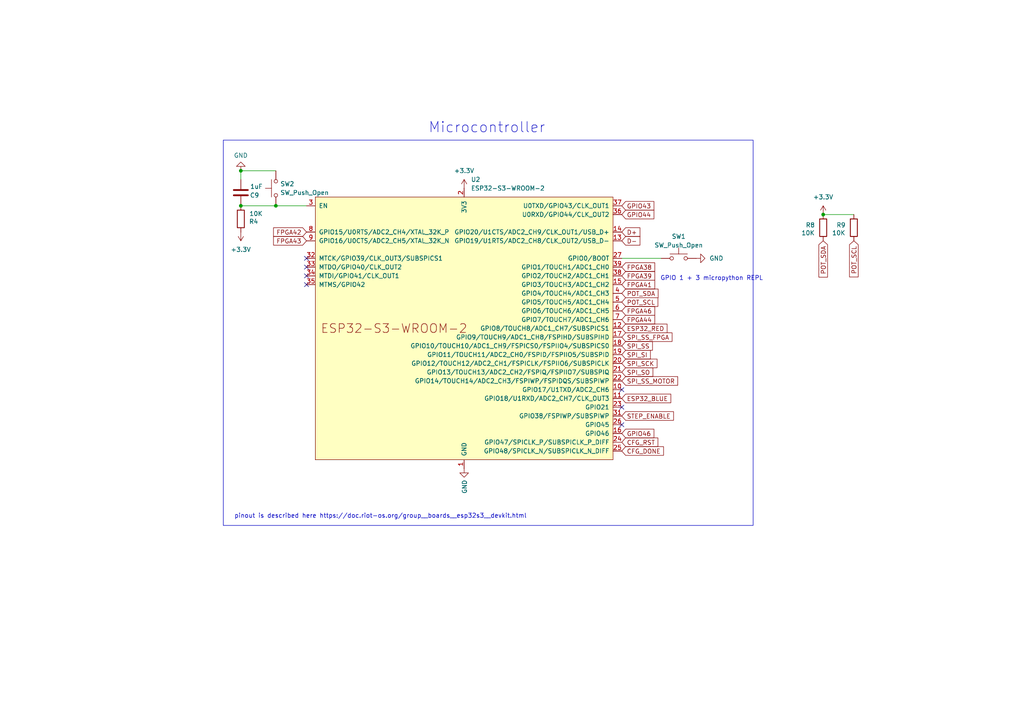
<source format=kicad_sch>
(kicad_sch (version 20231120) (generator "eeschema") (generator_version "8.0")
  (paper "A4")
  (title_block (title "Firestarter ") (date "2024-07-25") (company "Hexastorm") (comment 1 "v1"))
  (lib_symbols
    (symbol "Device:C" (pin_numbers hide) (pin_names (offset 0.254))
      (property "Reference" "C" (at 0.635 2.54 0))
      (property "Value" "C" (at 0.635 -2.54 0))
      (symbol "C_0_1"
        (polyline (pts (xy -2.032 -0.762) (xy 2.032 -0.762)) (stroke (width 0.508)))
        (polyline (pts (xy -2.032 0.762) (xy 2.032 0.762)) (stroke (width 0.508)))
      )
      (symbol "C_1_1"
        (pin passive line (at 0 3.81 270) (length 2.794) (name "~") (number "1"))
        (pin passive line (at 0 -3.81 90) (length 2.794) (name "~") (number "2"))
      )
    )
    (symbol "Device:R" (pin_numbers hide) (pin_names (offset 0))
      (property "Reference" "R" (at 2.032 0 90))
      (property "Value" "R" (at 0 0 90))
      (symbol "R_0_1"
        (rectangle (start -1.016 -2.54) (end 1.016 2.54) (stroke (width 0.254)))
      )
      (symbol "R_1_1"
        (pin passive line (at 0 3.81 270) (length 1.27) (name "~") (number "1"))
        (pin passive line (at 0 -3.81 90) (length 1.27) (name "~") (number "2"))
      )
    )
    (symbol "Espressif:ESP32-S3-WROOM-2" (pin_names (offset 1.016))
      (property "Reference" "U" (at -43.18 43.18 0))
      (property "Value" "ESP32-S3-WROOM-2" (at -43.18 40.64 0))
      (symbol "ESP32-S3-WROOM-2_0_0"
        (text "ESP32-S3-WROOM-2" (at -20.32 0 0) (effects (font (size 2.54 2.54))))
        (pin power_in line (at 0 -40.64 90) (length 2.54) (name "GND") (number "1"))
        (pin bidirectional line (at 45.72 -17.78 180) (length 2.54) (name "GPIO17/U1TXD/ADC2_CH6") (number "10"))
        (pin bidirectional line (at 45.72 -20.32 180) (length 2.54) (name "GPIO18/U1RXD/ADC2_CH7/CLK_OUT3") (number "11"))
        (pin bidirectional line (at 45.72 0 180) (length 2.54) (name "GPIO8/TOUCH8/ADC1_CH7/SUBSPICS1") (number "12"))
        (pin bidirectional line (at 45.72 25.4 180) (length 2.54) (name "GPIO19/U1RTS/ADC2_CH8/CLK_OUT2/USB_D-") (number "13"))
        (pin bidirectional line (at 45.72 27.94 180) (length 2.54) (name "GPIO20/U1CTS/ADC2_CH9/CLK_OUT1/USB_D+") (number "14"))
        (pin bidirectional line (at 45.72 12.7 180) (length 2.54) (name "GPIO3/TOUCH3/ADC1_CH2") (number "15"))
        (pin bidirectional line (at 45.72 -30.48 180) (length 2.54) (name "GPIO46") (number "16"))
        (pin bidirectional line (at 45.72 -2.54 180) (length 2.54) (name "GPIO9/TOUCH9/ADC1_CH8/FSPIHD/SUBSPIHD") (number "17"))
        (pin bidirectional line (at 45.72 -5.08 180) (length 2.54) (name "GPIO10/TOUCH10/ADC1_CH9/FSPICS0/FSPIIO4/SUBSPICS0") (number "18"))
        (pin bidirectional line (at 45.72 -7.62 180) (length 2.54) (name "GPIO11/TOUCH11/ADC2_CH0/FSPID/FSPIIO5/SUBSPID") (number "19"))
        (pin power_in line (at 0 40.64 270) (length 2.54) (name "3V3") (number "2"))
        (pin bidirectional line (at 45.72 -10.16 180) (length 2.54) (name "GPIO12/TOUCH12/ADC2_CH1/FSPICLK/FSPIIO6/SUBSPICLK") (number "20"))
        (pin bidirectional line (at 45.72 -12.7 180) (length 2.54) (name "GPIO13/TOUCH13/ADC2_CH2/FSPIQ/FSPIIO7/SUBSPIQ") (number "21"))
        (pin bidirectional line (at 45.72 -15.24 180) (length 2.54) (name "GPIO14/TOUCH14/ADC2_CH3/FSPIWP/FSPIDQS/SUBSPIWP") (number "22"))
        (pin bidirectional line (at 45.72 -22.86 180) (length 2.54) (name "GPIO21") (number "23"))
        (pin bidirectional line (at 45.72 -33.02 180) (length 2.54) (name "GPIO47/SPICLK_P/SUBSPICLK_P_DIFF") (number "24"))
        (pin bidirectional line (at 45.72 -35.56 180) (length 2.54) (name "GPIO48/SPICLK_N/SUBSPICLK_N_DIFF") (number "25"))
        (pin bidirectional line (at 45.72 -27.94 180) (length 2.54) (name "GPIO45") (number "26"))
        (pin bidirectional line (at 45.72 20.32 180) (length 2.54) (name "GPIO0/BOOT") (number "27"))
        (pin no_connect line (at -43.18 -35.56 0) (length 2.54) hide (name "NC") (number "28"))
        (pin no_connect line (at -43.18 -33.02 0) (length 2.54) hide (name "NC") (number "29"))
        (pin input line (at -45.72 35.56 0) (length 2.54) (name "EN") (number "3"))
        (pin no_connect line (at -43.18 -30.48 0) (length 2.54) hide (name "NC") (number "30"))
        (pin bidirectional line (at 45.72 -25.4 180) (length 2.54) (name "GPIO38/FSPIWP/SUBSPIWP") (number "31"))
        (pin bidirectional line (at -45.72 20.32 0) (length 2.54) (name "MTCK/GPIO39/CLK_OUT3/SUBSPICS1") (number "32"))
        (pin bidirectional line (at -45.72 17.78 0) (length 2.54) (name "MTDO/GPIO40/CLK_OUT2") (number "33"))
        (pin bidirectional line (at -45.72 15.24 0) (length 2.54) (name "MTDI/GPIO41/CLK_OUT1") (number "34"))
        (pin bidirectional line (at -45.72 12.7 0) (length 2.54) (name "MTMS/GPIO42") (number "35"))
        (pin bidirectional line (at 45.72 33.02 180) (length 2.54) (name "U0RXD/GPIO44/CLK_OUT2") (number "36"))
        (pin bidirectional line (at 45.72 35.56 180) (length 2.54) (name "U0TXD/GPIO43/CLK_OUT1") (number "37"))
        (pin bidirectional line (at 45.72 15.24 180) (length 2.54) (name "GPIO2/TOUCH2/ADC1_CH1") (number "38"))
        (pin bidirectional line (at 45.72 17.78 180) (length 2.54) (name "GPIO1/TOUCH1/ADC1_CH0") (number "39"))
        (pin bidirectional line (at 45.72 10.16 180) (length 2.54) (name "GPIO4/TOUCH4/ADC1_CH3") (number "4"))
        (pin passive line (at 0 -40.64 90) (length 2.54) hide (name "GND") (number "40"))
        (pin passive line (at 0 -40.64 90) (length 2.54) hide (name "GND") (number "41"))
        (pin bidirectional line (at 45.72 7.62 180) (length 2.54) (name "GPIO5/TOUCH5/ADC1_CH4") (number "5"))
        (pin bidirectional line (at 45.72 5.08 180) (length 2.54) (name "GPIO6/TOUCH6/ADC1_CH5") (number "6"))
        (pin bidirectional line (at 45.72 2.54 180) (length 2.54) (name "GPIO7/TOUCH7/ADC1_CH6") (number "7"))
        (pin bidirectional line (at -45.72 27.94 0) (length 2.54) (name "GPIO15/U0RTS/ADC2_CH4/XTAL_32K_P") (number "8"))
        (pin bidirectional line (at -45.72 25.4 0) (length 2.54) (name "GPIO16/U0CTS/ADC2_CH5/XTAL_32K_N") (number "9"))
      )
      (symbol "ESP32-S3-WROOM-2_0_1"
        (rectangle (start -43.18 38.1) (end 43.18 -38.1) (fill (type background)))
      )
    )
    (symbol "Switch:SW_Push" (pin_numbers hide) (pin_names (offset 1.016) hide)
      (property "Reference" "SW" (at 1.27 2.54 0))
      (property "Value" "SW_Push" (at 0 -1.524 0))
      (symbol "SW_Push_0_1"
        (circle (center -2.032 0) (radius 0.508))
        (polyline (pts (xy 0 1.27) (xy 0 3.048)))
        (polyline (pts (xy 2.54 1.27) (xy -2.54 1.27)))
        (circle (center 2.032 0) (radius 0.508))
        (pin passive line (at -5.08 0 0) (length 2.54) (name "1") (number "1"))
        (pin passive line (at 5.08 0 180) (length 2.54) (name "2") (number "2"))
      )
    )
    (symbol "power:+3.3V" (power) (pin_numbers hide) (pin_names (offset 0) hide)
      (property "Value" "+3.3V" (at 0 3.556 0))
      (symbol "+3.3V_0_1"
        (polyline (pts (xy -0.762 1.27) (xy 0 2.54)))
        (polyline (pts (xy 0 0) (xy 0 2.54)))
        (polyline (pts (xy 0 2.54) (xy 0.762 1.27)))
      )
      (symbol "+3.3V_1_1"
        (pin power_in line (at 0 0 90) (length 0) (name "~") (number "1"))
      )
    )
    (symbol "power:GND" (power) (pin_numbers hide) (pin_names (offset 0) hide)
      (property "Value" "GND" (at 0 -3.81 0))
      (symbol "GND_0_1"
        (polyline (pts (xy 0 0) (xy 0 -1.27) (xy 1.27 -1.27) (xy 0 -2.54) (xy -1.27 -1.27) (xy 0 -1.27)))
      )
      (symbol "GND_1_1"
        (pin power_in line (at 0 0 270) (length 0) (name "~") (number "1"))
      )
    )
  )
  (junction (at 238.76 62.23))
  (junction (at 80.01 59.69))
  (junction (at 69.85 59.69))
  (junction (at 69.85 49.53))
  (no_connect (at 180.34 113.03))
  (no_connect (at 88.9 82.55))
  (no_connect (at 88.9 74.93))
  (no_connect (at 88.9 77.47))
  (no_connect (at 180.34 118.11))
  (no_connect (at 88.9 80.01))
  (no_connect (at 180.34 123.19))
  (wire (pts (xy 69.85 59.69) (xy 80.01 59.69)))
  (wire (pts (xy 69.85 49.53) (xy 69.85 52.07)))
  (wire (pts (xy 180.34 74.93) (xy 191.77 74.93)))
  (wire (pts (xy 69.85 49.53) (xy 80.01 49.53)))
  (wire (pts (xy 238.76 62.23) (xy 247.65 62.23)))
  (wire (pts (xy 80.01 59.69) (xy 88.9 59.69)))
  (rectangle (start 64.77 40.64) (end 218.44 152.4))
  (text "Microcontroller\n" (at 124.206 38.862 0) (effects (font (size 3 3)) (justify left bottom)))
  (text "GPIO 1 + 3 micropython REPL" (at 191.516 81.534 0) (effects (font (size 1.27 1.27)) (justify left bottom)))
  (text "pinout is described here https://doc.riot-os.org/group__boards__esp32s3__devkit.html" (at 67.945 150.495 0) (effects (font (size 1.27 1.27)) (justify left bottom)))
  (global_label "SPI_SS_FPGA" (shape input) (at 180.34 97.79 0) (property "Intersheetrefs" "${INTERSHEET_REFS}" (effects (hide yes))))
  (global_label "GPIO44" (shape input) (at 180.34 62.23 0) (property "Intersheetrefs" "${INTERSHEET_REFS}" (effects (hide yes))))
  (global_label "SPI_SI" (shape input) (at 180.34 102.87 0) (property "Intersheetrefs" "${INTERSHEET_REFS}" (effects (hide yes))))
  (global_label "POT_SCL" (shape input) (at 180.34 87.63 0) (property "Intersheetrefs" "${INTERSHEET_REFS}" (effects (hide yes))))
  (global_label "STEP_ENABLE" (shape input) (at 180.34 120.65 0) (property "Intersheetrefs" "${INTERSHEET_REFS}" (effects (hide yes))))
  (global_label "FPGA44" (shape input) (at 180.34 92.71 0) (property "Intersheetrefs" "${INTERSHEET_REFS}" (effects (hide yes))))
  (global_label "POT_SDA" (shape input) (at 180.34 85.09 0) (property "Intersheetrefs" "${INTERSHEET_REFS}" (effects (hide yes))))
  (global_label "SPI_SO" (shape input) (at 180.34 107.95 0) (property "Intersheetrefs" "${INTERSHEET_REFS}" (effects (hide yes))))
  (global_label "FPGA46" (shape input) (at 180.34 90.17 0) (property "Intersheetrefs" "${INTERSHEET_REFS}" (effects (hide yes))))
  (global_label "FPGA38" (shape input) (at 180.34 77.47 0) (property "Intersheetrefs" "${INTERSHEET_REFS}" (effects (hide yes))))
  (global_label "FPGA41" (shape input) (at 180.34 82.55 0) (property "Intersheetrefs" "${INTERSHEET_REFS}" (effects (hide yes))))
  (global_label "SPI_SS" (shape input) (at 180.34 100.33 0) (property "Intersheetrefs" "${INTERSHEET_REFS}" (effects (hide yes))))
  (global_label "ESP32_BLUE" (shape input) (at 180.34 115.57 0) (property "Intersheetrefs" "${INTERSHEET_REFS}" (effects (hide yes))))
  (global_label "SPI_SS_MOTOR" (shape input) (at 180.34 110.49 0) (property "Intersheetrefs" "${INTERSHEET_REFS}" (effects (hide yes))))
  (global_label "GPIO46" (shape input) (at 180.34 125.73 0) (property "Intersheetrefs" "${INTERSHEET_REFS}" (effects (hide yes))))
  (global_label "GPIO43" (shape input) (at 180.34 59.69 0) (property "Intersheetrefs" "${INTERSHEET_REFS}" (effects (hide yes))))
  (global_label "FPGA43" (shape input) (at 88.9 69.85 180) (property "Intersheetrefs" "${INTERSHEET_REFS}" (effects (hide yes))))
  (global_label "FPGA39" (shape input) (at 180.34 80.01 0) (property "Intersheetrefs" "${INTERSHEET_REFS}" (effects (hide yes))))
  (global_label "POT_SCL" (shape input) (at 247.65 69.85 270) (property "Intersheetrefs" "${INTERSHEET_REFS}" (effects (hide yes))))
  (global_label "ESP32_RED" (shape input) (at 180.34 95.25 0) (property "Intersheetrefs" "${INTERSHEET_REFS}" (effects (hide yes))))
  (global_label "D-" (shape input) (at 180.34 69.85 0) (property "Intersheetrefs" "${INTERSHEET_REFS}" (effects (hide yes))))
  (global_label "CFG_RST" (shape input) (at 180.34 128.27 0) (property "Intersheetrefs" "${INTERSHEET_REFS}" (effects (hide yes))))
  (global_label "FPGA42" (shape input) (at 88.9 67.31 180) (property "Intersheetrefs" "${INTERSHEET_REFS}" (effects (hide yes))))
  (global_label "D+" (shape input) (at 180.34 67.31 0) (property "Intersheetrefs" "${INTERSHEET_REFS}" (effects (hide yes))))
  (global_label "CFG_DONE" (shape input) (at 180.34 130.81 0) (property "Intersheetrefs" "${INTERSHEET_REFS}" (effects (hide yes))))
  (global_label "POT_SDA" (shape input) (at 238.76 69.85 270) (property "Intersheetrefs" "${INTERSHEET_REFS}" (effects (hide yes))))
  (global_label "SPI_SCK" (shape input) (at 180.34 105.41 0) (property "Intersheetrefs" "${INTERSHEET_REFS}" (effects (hide yes))))
  (symbol (lib_id "Device:R") (at 238.76 66.04 0) (unit 1)
    (property "Reference" "R8" (at 233.68 65.278 0) (effects (justify left)))
    (property "Value" "10K" (at 232.41 67.564 0) (effects (justify left)))
    (property "Footprint" "Resistor_SMD:R_0805_2012Metric" (effects (hide yes)))
    (property "Farnell" "2826162" (effects (hide yes)))
    (property "Producer" "CRCW080510K0JNEAC " (effects (hide yes)))
    (property "Mouser" "71-CRCW080510K0JNEAC " (effects (hide yes)))
  )
  (symbol (lib_id "power:GND") (at 69.85 49.53 180) (unit 1)
    (property "Reference" "#PWR05" (effects (hide yes)))
    (property "Value" "GND" (at 69.85 45.085 0))
    (property "Description" "Power symbol creates a global label with name \"GND\" , ground" (effects (hide yes)))
  )
  (symbol (lib_id "power:+3.3V") (at 134.62 54.61 0) (unit 1)
    (property "Reference" "#PWR07" (effects (hide yes)))
    (property "Value" "+3.3V" (at 134.62 49.53 0))
    (property "Description" "Power symbol creates a global label with name \"+3.3V\"" (effects (hide yes)))
  )
  (symbol (lib_id "power:GND") (at 201.93 74.93 90) (unit 1)
    (property "Reference" "#PWR032" (effects (hide yes)))
    (property "Value" "GND" (at 205.74 74.93 90) (effects (justify right)))
    (property "Description" "Power symbol creates a global label with name \"GND\" , ground" (effects (hide yes)))
  )
  (symbol (lib_id "Switch:SW_Push") (at 196.85 74.93 0) (unit 1)
    (property "Reference" "SW1" (at 196.85 68.58 0))
    (property "Value" "SW_Push_Open" (at 196.85 71.12 0))
    (property "Footprint" "Button_Switch_SMD:SW_SPST_B3U-1000P" (effects (hide yes)))
    (property "Datasheet" "https://nl.farnell.com/en-NL/alcoswitch-te-connectivity/fsmsm/switch-spst-0-05a-24vdc-smd/dp/1703878" (effects (hide yes)))
    (property "Farnell" "1333652" (effects (hide yes)))
    (property "Producer" "B3U-1000P" (effects (hide yes)))
    (property "Mouser" "653-B3U-1000P" (effects (hide yes)))
  )
  (symbol (lib_id "power:+3.3V") (at 238.76 62.23 0) (unit 1)
    (property "Reference" "#PWR019" (effects (hide yes)))
    (property "Value" "+3.3V" (at 238.76 57.15 0))
    (property "Description" "Power symbol creates a global label with name \"+3.3V\"" (effects (hide yes)))
  )
  (symbol (lib_id "Device:C") (at 69.85 55.88 180) (unit 1)
    (property "Reference" "C9" (at 75.184 56.642 0) (effects (justify left)))
    (property "Value" "1uF" (at 76.2 54.102 0) (effects (justify left)))
    (property "Footprint" "Capacitor_SMD:C_0805_2012Metric_Pad1.18x1.45mm_HandSolder" (effects (hide yes)))
    (property "Farnell" "2094043" (effects (hide yes)))
    (property "Producer" "08055C105KAT2A" (effects (hide yes)))
    (property "Mouser" "581-08055C105KAT2A " (effects (hide yes)))
  )
  (symbol (lib_id "power:GND") (at 134.62 135.89 0) (unit 1)
    (property "Reference" "#PWR08" (effects (hide yes)))
    (property "Value" "GND" (at 134.747 139.1412 90) (effects (justify right)))
    (property "Description" "Power symbol creates a global label with name \"GND\" , ground" (effects (hide yes)))
    (instances (project "main_board" (path "" (reference "#PWR08") (unit 1))) (project "" (path "" (reference "#PWR0105") (unit 1))))
  )
  (symbol (lib_id "Switch:SW_Push") (at 80.01 54.61 90) (unit 1)
    (property "Reference" "SW2" (at 81.28 53.3399 90) (effects (justify right)))
    (property "Value" "SW_Push_Open" (at 81.28 55.8799 90) (effects (justify right)))
    (property "Footprint" "Button_Switch_SMD:SW_SPST_B3U-1000P" (effects (hide yes)))
    (property "Datasheet" "https://nl.farnell.com/en-NL/alcoswitch-te-connectivity/fsmsm/switch-spst-0-05a-24vdc-smd/dp/1703878" (effects (hide yes)))
    (property "Farnell" "1333652" (effects (hide yes)))
    (property "Producer" "B3U-1000P" (effects (hide yes)))
    (property "Mouser" "653-B3U-1000P" (effects (hide yes)))
  )
  (symbol (lib_id "Device:R") (at 247.65 66.04 0) (unit 1)
    (property "Reference" "R9" (at 242.57 65.278 0) (effects (justify left)))
    (property "Value" "10K" (at 241.3 67.564 0) (effects (justify left)))
    (property "Footprint" "Resistor_SMD:R_0805_2012Metric" (effects (hide yes)))
    (property "Farnell" "2826162" (effects (hide yes)))
    (property "Producer" "CRCW080510K0JNEAC " (effects (hide yes)))
    (property "Mouser" "71-CRCW080510K0JNEAC " (effects (hide yes)))
  )
  (symbol (lib_id "power:+3.3V") (at 69.85 67.31 180) (unit 1)
    (property "Reference" "#PWR04" (effects (hide yes)))
    (property "Value" "+3.3V" (at 69.85 72.39 0))
    (property "Description" "Power symbol creates a global label with name \"+3.3V\"" (effects (hide yes)))
  )
  (symbol (lib_id "Espressif:ESP32-S3-WROOM-2") (at 134.62 95.25 0) (unit 1)
    (property "Reference" "U2" (at 136.5759 52.07 0) (effects (justify left)))
    (property "Value" "ESP32-S3-WROOM-2" (at 136.5759 54.61 0) (effects (justify left)))
    (property "Footprint" "footprints:ESP32-S3-WROOM-2" (effects (hide yes)))
    (property "Datasheet" "https://www.espressif.com/sites/default/files/documentation/esp32-s3-wroom-2_datasheet_en.pdf" (effects (hide yes)))
    (property "Mouser" "ESP32-S3-WROOM-2-N32R8V" (effects (hide yes)))
    (property "Producer" "ESP32-S3-WROOM-2-N32R8V" (effects (hide yes)))
  )
  (symbol (lib_id "Device:R") (at 69.85 63.5 180) (unit 1)
    (property "Reference" "R4" (at 74.93 64.262 0) (effects (justify left)))
    (property "Value" "10K" (at 76.2 61.976 0) (effects (justify left)))
    (property "Footprint" "Resistor_SMD:R_0805_2012Metric" (effects (hide yes)))
    (property "Farnell" "2826162" (effects (hide yes)))
    (property "Producer" "CRCW080510K0JNEAC " (effects (hide yes)))
    (property "Mouser" "71-CRCW080510K0JNEAC " (effects (hide yes)))
  )
)
</source>
